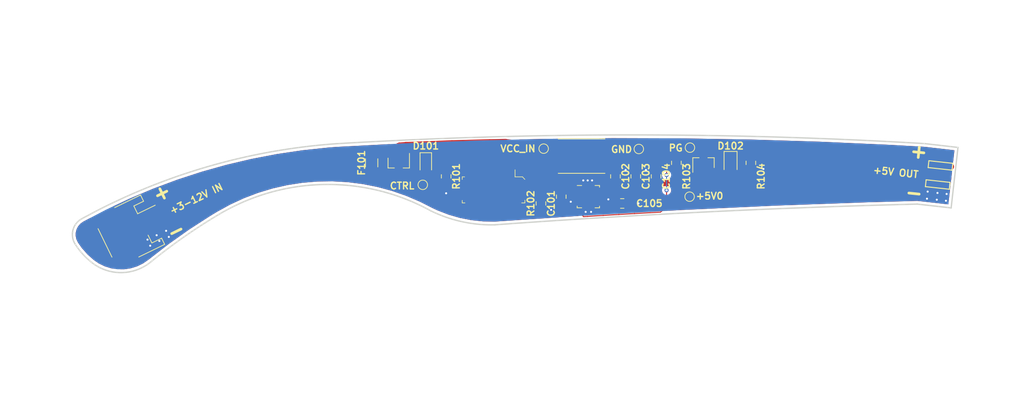
<source format=kicad_pcb>
(kicad_pcb (version 20221018) (generator pcbnew)
  (layers (0 "F.Cu" signal) (31 "B.Cu" signal) (34 "B.Paste" user) (35 "F.Paste" user) (36 "B.SilkS" user "B.Silkscreen") (37 "F.SilkS" user "F.Silkscreen") (38 "B.Mask" user) (39 "F.Mask" user) (44 "Edge.Cuts" user))
  (net 0 "")
  (net 1 "GND")
  (net 2 "/EN")
  (net 3 "/VCC_IN_SAFE")
  (net 4 "/POL_MOS_CTRL")
  (net 5 "/PG")
  (net 6 "+5V")
  (net 7 "/VCC_IN")
  (net 8 "Net-(D102-Pad1)")
  (net 9 "Net-(D102-Pad2)")
  (net 10 "/VAUX")
  (net 11 "/VCC_IN_FUSED")
  (net 12 "/L1")
  (net 13 "/L2")
  (footprint "Connector_PinHeader_1.00mm:PinHeader_1x01_P1.00mm_Vertical_SMD_CUSTOM" (layer "F.Cu") (at 213.775545 95.403215 -6.2)
    (fp_text reference "J102" hide)
    (fp_text value "PWR_OUT_P")
    (fp_line (start -1.778 -2.54) (end -1.778 -1.524) (stroke (width 0.15)) (layer "F.SilkS"))
    (fp_line (start -1.778 -1.524) (end 1.778 -1.524) (stroke (width 0.15)) (layer "F.SilkS"))
    (fp_line (start 1.778 -2.54) (end -1.778 -2.54) (stroke (width 0.15)) (layer "F.SilkS"))
    (fp_line (start 1.778 -1.524) (end 1.778 -2.54) (stroke (width 0.15)) (layer "F.SilkS"))
    (pad "1" smd rect (at 0 -2.032 353.8) (size 3 0.6) (layers "F.Cu" "F.Paste" "F.Mask") (net 6 "+5V"))
  )
  (footprint "digikey-footprints:Switch_Slide_JS202011SCQN" (layer "F.Cu") (at 148 97 180)
    (fp_text reference "SW101" hide)
    (fp_text value "EN")
    (fp_line (start -4.625 -1.925) (end -4.625 -1.525) (stroke (width 0.1)) (layer "F.SilkS"))
    (fp_line (start -4.625 1.55) (end -4.275 1.925) (stroke (width 0.1)) (layer "F.SilkS"))
    (fp_line (start -4.275 1.925) (end -3.175 1.925) (stroke (width 0.1)) (layer "F.SilkS"))
    (fp_line (start -4.15 -1.925) (end -4.625 -1.925) (stroke (width 0.1)) (layer "F.SilkS"))
    (fp_line (start -3.175 1.925) (end -3.175 2.975) (stroke (width 0.1)) (layer "F.SilkS"))
    (fp_line (start 4.225 -1.925) (end 4.625 -1.925) (stroke (width 0.1)) (layer "F.SilkS"))
    (fp_line (start 4.625 -1.925) (end 4.625 -1.55) (stroke (width 0.1)) (layer "F.SilkS"))
    (fp_line (start 4.625 1.55) (end 4.625 1.925) (stroke (width 0.1)) (layer "F.SilkS"))
    (fp_line (start 4.625 1.925) (end 4.275 1.925) (stroke (width 0.1)) (layer "F.SilkS"))
    (pad "1" smd rect (at -2.5 2.75 180) (size 1.2 2.5) (layers "F.Cu" "F.Paste" "F.Mask") (net 3 "/VCC_IN_SAFE"))
    (pad "2" smd rect (at 0 2.75 180) (size 1.2 2.5) (layers "F.Cu" "F.Paste" "F.Mask") (net 2 "/EN"))
    (pad "3" smd rect (at 2.5 2.75 180) (size 1.2 2.5) (layers "F.Cu" "F.Paste" "F.Mask"))
    (pad "4" smd rect (at -2.5 -2.75 180) (size 1.2 2.5) (layers "F.Cu" "F.Paste" "F.Mask"))
    (pad "5" smd rect (at 0 -2.75 180) (size 1.2 2.5) (layers "F.Cu" "F.Paste" "F.Mask"))
    (pad "6" smd rect (at 2.5 -2.75 180) (size 1.2 2.5) (layers "F.Cu" "F.Paste" "F.Mask"))
  )
  (footprint "Connector_PinHeader_1.00mm:PinHeader_1x01_P1.00mm_Vertical_SMD_CUSTOM" (layer "F.Cu") (at 213.369145 98.222615 -6.2)
    (fp_text reference "J103" hide)
    (fp_text value "PWR_OUT_N")
    (fp_line (start -1.778 -2.54) (end -1.778 -1.524) (stroke (width 0.15)) (layer "F.SilkS"))
    (fp_line (start -1.778 -1.524) (end 1.778 -1.524) (stroke (width 0.15)) (layer "F.SilkS"))
    (fp_line (start 1.778 -2.54) (end -1.778 -2.54) (stroke (width 0.15)) (layer "F.SilkS"))
    (fp_line (start 1.778 -1.524) (end 1.778 -2.54) (stroke (width 0.15)) (layer "F.SilkS"))
    (pad "1" smd rect (at 0 -2.032 353.8) (size 3 0.6) (layers "F.Cu" "F.Paste" "F.Mask") (net 1 "GND"))
  )
  (footprint "Capacitor_SMD:C_0805_2012Metric" (layer "F.Cu") (at 169 95 90)
    (fp_text reference "C103" (at 0 1.5 270) (layer "F.SilkS") (effects (font (thickness 0.2))))
    (fp_text value "22U_25V")
    (fp_line (start -0.258578 -0.71) (end 0.258578 -0.71) (stroke (width 0.12)) (layer "F.SilkS"))
    (fp_line (start -0.258578 0.71) (end 0.258578 0.71) (stroke (width 0.12)) (layer "F.SilkS"))
    (pad "1" smd roundrect (at -0.9375 0 90) (size 0.975 1.4) (layers "F.Cu" "F.Paste" "F.Mask") (net 6 "+5V"))
    (pad "2" smd roundrect (at 0.9375 0 90) (size 0.975 1.4) (layers "F.Cu" "F.Paste" "F.Mask") (net 1 "GND"))
  )
  (footprint "Capacitor_SMD:C_0805_2012Metric" (layer "F.Cu") (at 158 98 -90)
    (fp_text reference "C101" (at 1 1.5 90) (layer "F.SilkS") (effects (font (thickness 0.2))))
    (fp_text value "22U_25V")
    (fp_line (start -0.258578 -0.71) (end 0.258578 -0.71) (stroke (width 0.12)) (layer "F.SilkS"))
    (fp_line (start -0.258578 0.71) (end 0.258578 0.71) (stroke (width 0.12)) (layer "F.SilkS"))
    (pad "1" smd roundrect (at -0.9375 0 270) (size 0.975 1.4) (layers "F.Cu" "F.Paste" "F.Mask") (net 3 "/VCC_IN_SAFE"))
    (pad "2" smd roundrect (at 0.9375 0 270) (size 0.975 1.4) (layers "F.Cu" "F.Paste" "F.Mask") (net 1 "GND"))
  )
  (footprint "Capacitor_SMD:C_0805_2012Metric" (layer "F.Cu") (at 166 95 90)
    (fp_text reference "C102" (at 0 1.5 270) (layer "F.SilkS") (effects (font (thickness 0.2))))
    (fp_text value "22U_25V")
    (fp_line (start -0.258578 -0.71) (end 0.258578 -0.71) (stroke (width 0.12)) (layer "F.SilkS"))
    (fp_line (start -0.258578 0.71) (end 0.258578 0.71) (stroke (width 0.12)) (layer "F.SilkS"))
    (pad "1" smd roundrect (at -0.9375 0 90) (size 0.975 1.4) (layers "F.Cu" "F.Paste" "F.Mask") (net 6 "+5V"))
    (pad "2" smd roundrect (at 0.9375 0 90) (size 0.975 1.4) (layers "F.Cu" "F.Paste" "F.Mask") (net 1 "GND"))
  )
  (footprint "Resistor_SMD:R_1206_3216Metric" (layer "F.Cu") (at 130 93 -90)
    (fp_text reference "F101" (at 0 1.5 90) (layer "F.SilkS") (effects (font (thickness 0.2))))
    (fp_text value "FUSE 2A")
    (fp_line (start -0.602064 -0.91) (end 0.602064 -0.91) (stroke (width 0.12)) (layer "F.SilkS"))
    (fp_line (start -0.602064 0.91) (end 0.602064 0.91) (stroke (width 0.12)) (layer "F.SilkS"))
    (pad "1" smd roundrect (at -1.4 0 270) (size 1.25 1.75) (layers "F.Cu" "F.Paste" "F.Mask") (roundrect_rratio 0.2) (net 7 "/VCC_IN"))
    (pad "2" smd roundrect (at 1.4 0 270) (size 1.25 1.75) (layers "F.Cu" "F.Paste" "F.Mask") (roundrect_rratio 0.2) (net 11 "/VCC_IN_FUSED"))
  )
  (footprint "Connector_JST:JST_PH_S2B-PH-SM4-TB_1x02-1MP_P2.00mm_Horizontal" (layer "F.Cu") (at 94.6785 102.8573 -64)
    (fp_text reference "J101" hide)
    (fp_text value "PWR_IN")
    (fp_line (start -4.06 -3.31) (end -3.04 -3.31) (stroke (width 0.12)) (layer "F.SilkS"))
    (fp_line (start -4.06 0.94) (end -4.06 -3.31) (stroke (width 0.12)) (layer "F.SilkS"))
    (fp_line (start -3.04 -3.31) (end -3.04 -1.71) (stroke (width 0.12)) (layer "F.SilkS"))
    (fp_line (start -3.04 -1.71) (end -1.76 -1.71) (stroke (width 0.12)) (layer "F.SilkS"))
    (fp_line (start -2.34 4.510001) (end 2.339999 4.51) (stroke (width 0.12)) (layer "F.SilkS"))
    (fp_line (start -1.76 -1.71) (end -1.76 -4.6) (stroke (width 0.12)) (layer "F.SilkS"))
    (fp_line (start 3.04 -3.31) (end 3.04 -1.71) (stroke (width 0.12)) (layer "F.SilkS"))
    (fp_line (start 3.04 -1.71) (end 1.76 -1.709999) (stroke (width 0.12)) (layer "F.SilkS"))
    (fp_line (start 4.06 -3.31) (end 3.04 -3.31) (stroke (width 0.12)) (layer "F.SilkS"))
    (fp_line (start 4.06 0.94) (end 4.06 -3.31) (stroke (width 0.12)) (layer "F.SilkS"))
    (pad "1" smd roundrect (at -1 -2.849999 296) (size 1 3.5) (layers "F.Cu" "F.Paste" "F.Mask") (net 7 "/VCC_IN"))
    (pad "2" smd roundrect (at 0.999999 -2.85 296) (size 1 3.5) (layers "F.Cu" "F.Paste" "F.Mask") (net 1 "GND"))
    (pad "MP" smd roundrect (at -3.35 2.9 296) (size 1.5 3.4) (layers "F.Cu" "F.Paste" "F.Mask") (roundrect_rratio 0.166667))
    (pad "MP" smd roundrect (at 3.35 2.899999 296) (size 1.5 3.4) (layers "F.Cu" "F.Paste" "F.Mask") (roundrect_rratio 0.166667))
  )
  (footprint "Diode_SMD:D_SOD-323" (layer "F.Cu") (at 138 93 -90)
    (fp_text reference "D101" (at -2.5 0 180) (layer "F.SilkS") (effects (font (thickness 0.2))))
    (fp_text value "D_TVS")
    (fp_line (start -1.5 -0.85) (end -1.5 0.85) (stroke (width 0.12)) (layer "F.SilkS"))
    (fp_line (start -1.5 -0.85) (end 1.05 -0.85) (stroke (width 0.12)) (layer "F.SilkS"))
    (fp_line (start -1.5 0.85) (end 1.05 0.85) (stroke (width 0.12)) (layer "F.SilkS"))
    (pad "1" smd rect (at -1.05 0 270) (size 0.6 0.45) (layers "F.Cu" "F.Paste" "F.Mask") (net 3 "/VCC_IN_SAFE"))
    (pad "2" smd rect (at 1.05 0 270) (size 0.6 0.45) (layers "F.Cu" "F.Paste" "F.Mask") (net 4 "/POL_MOS_CTRL"))
  )
  (footprint "TestPoint:TestPoint_Pad_D1.0mm" (layer "F.Cu") (at 137.55 96.25)
    (fp_text reference "TP105" hide)
    (fp_text value "TP_POL")
    (fp_circle (center 0 0) (end 0 0.7) (stroke (width 0.12)) (fill none) (layer "F.SilkS"))
    (pad "1" smd circle (at 0 0) (size 1 1) (layers "F.Cu" "F.Mask") (net 4 "/POL_MOS_CTRL"))
  )
  (footprint "TestPoint:TestPoint_Pad_D1.0mm" (layer "F.Cu") (at 177 90.75)
    (fp_text reference "TP104" hide)
    (fp_text value "TP_PG")
    (fp_circle (center 0 0) (end 0 0.7) (stroke (width 0.12)) (fill none) (layer "F.SilkS"))
    (pad "1" smd circle (at 0 0) (size 1 1) (layers "F.Cu" "F.Mask") (net 5 "/PG"))
  )
  (footprint "TestPoint:TestPoint_Pad_D1.0mm" (layer "F.Cu") (at 155.4 90.9)
    (fp_text reference "TP103" hide)
    (fp_text value "TP_IN_SAFE")
    (fp_circle (center 0 0) (end 0 0.7) (stroke (width 0.12)) (fill none) (layer "F.SilkS"))
    (pad "1" smd circle (at 0 0) (size 1 1) (layers "F.Cu" "F.Mask") (net 3 "/VCC_IN_SAFE"))
  )
  (footprint "TestPoint:TestPoint_Pad_D1.0mm" (layer "F.Cu") (at 176.95 98)
    (fp_text reference "TP102" hide)
    (fp_text value "TP_5V0")
    (fp_circle (center 0 0) (end 0 0.7) (stroke (width 0.12)) (fill none) (layer "F.SilkS"))
    (pad "1" smd circle (at 0 0) (size 1 1) (layers "F.Cu" "F.Mask") (net 6 "+5V"))
  )
  (footprint "TestPoint:TestPoint_Pad_D1.0mm" (layer "F.Cu") (at 169.45 90.95)
    (fp_text reference "TP101" hide)
    (fp_text value "TP_GND")
    (fp_circle (center 0 0) (end 0 0.7) (stroke (width 0.12)) (fill none) (layer "F.SilkS"))
    (pad "1" smd circle (at 0 0) (size 1 1) (layers "F.Cu" "F.Mask") (net 1 "GND"))
  )
  (footprint "Resistor_SMD:R_0805_2012Metric" (layer "F.Cu") (at 186 93 -90)
    (fp_text reference "R104" (at 2 -1.5 -90) (layer "F.SilkS") (effects (font (thickness 0.2))))
    (fp_text value "270")
    (fp_line (start -0.258578 -0.71) (end 0.258578 -0.71) (stroke (width 0.12)) (layer "F.SilkS"))
    (fp_line (start -0.258578 0.71) (end 0.258578 0.71) (stroke (width 0.12)) (layer "F.SilkS"))
    (pad "1" smd roundrect (at -0.9375 0 270) (size 0.975 1.4) (layers "F.Cu" "F.Paste" "F.Mask") (net 8 "Net-(D102-Pad1)"))
    (pad "2" smd roundrect (at 0.9375 0 270) (size 0.975 1.4) (layers "F.Cu" "F.Paste" "F.Mask") (net 1 "GND"))
  )
  (footprint "Resistor_SMD:R_0805_2012Metric" (layer "F.Cu") (at 175 93 90)
    (fp_text reference "R103" (at -2 1.5 270) (layer "F.SilkS") (effects (font (thickness 0.2))))
    (fp_text value "1M")
    (fp_line (start -0.258578 -0.71) (end 0.258578 -0.71) (stroke (width 0.12)) (layer "F.SilkS"))
    (fp_line (start -0.258578 0.71) (end 0.258578 0.71) (stroke (width 0.12)) (layer "F.SilkS"))
    (pad "1" smd roundrect (at -0.9375 0 90) (size 0.975 1.4) (layers "F.Cu" "F.Paste" "F.Mask") (net 6 "+5V"))
    (pad "2" smd roundrect (at 0.9375 0 90) (size 0.975 1.4) (layers "F.Cu" "F.Paste" "F.Mask") (net 5 "/PG"))
  )
  (footprint "Resistor_SMD:R_0805_2012Metric" (layer "F.Cu") (at 155 99 -90)
    (fp_text reference "R102" (at 0 1.5 -90) (layer "F.SilkS") (effects (font (thickness 0.2))))
    (fp_text value "100K")
    (fp_line (start -0.258578 -0.71) (end 0.258578 -0.71) (stroke (width 0.12)) (layer "F.SilkS"))
    (fp_line (start -0.258578 0.71) (end 0.258578 0.71) (stroke (width 0.12)) (layer "F.SilkS"))
    (pad "1" smd roundrect (at -0.9375 0 270) (size 0.975 1.4) (layers "F.Cu" "F.Paste" "F.Mask") (net 2 "/EN"))
    (pad "2" smd roundrect (at 0.9375 0 270) (size 0.975 1.4) (layers "F.Cu" "F.Paste" "F.Mask") (net 1 "GND"))
  )
  (footprint "Resistor_SMD:R_0805_2012Metric" (layer "F.Cu") (at 141 95 -90)
    (fp_text reference "R101" (at 0 -1.5 90) (layer "F.SilkS") (effects (font (thickness 0.2))))
    (fp_text value "100K")
    (fp_line (start -0.258578 -0.71) (end 0.258578 -0.71) (stroke (width 0.12)) (layer "F.SilkS"))
    (fp_line (start -0.258578 0.71) (end 0.258578 0.71) (stroke (width 0.12)) (layer "F.SilkS"))
    (pad "1" smd roundrect (at -0.9375 0 270) (size 0.975 1.4) (layers "F.Cu" "F.Paste" "F.Mask") (net 4 "/POL_MOS_CTRL"))
    (pad "2" smd roundrect (at 0.9375 0 270) (size 0.975 1.4) (layers "F.Cu" "F.Paste" "F.Mask") (net 1 "GND"))
  )
  (footprint "Package_TO_SOT_SMD:SOT-23" (layer "F.Cu") (at 134 93 -90)
    (fp_text reference "Q101" hide)
    (fp_text value "TP0610T")
    (fp_line (start 0.76 -1.58) (end -1.4 -1.58) (stroke (width 0.12)) (layer "F.SilkS"))
    (fp_line (start 0.76 -1.58) (end 0.76 -0.65) (stroke (width 0.12)) (layer "F.SilkS"))
    (fp_line (start 0.76 1.58) (end -0.7 1.58) (stroke (width 0.12)) (layer "F.SilkS"))
    (fp_line (start 0.76 1.58) (end 0.76 0.65) (stroke (width 0.12)) (layer "F.SilkS"))
    (pad "1" smd rect (at -1 -0.95 270) (size 0.9 0.8) (layers "F.Cu" "F.Paste" "F.Mask") (net 4 "/POL_MOS_CTRL"))
    (pad "2" smd rect (at -1 0.95 270) (size 0.9 0.8) (layers "F.Cu" "F.Paste" "F.Mask") (net 3 "/VCC_IN_SAFE"))
    (pad "3" smd rect (at 1 0 270) (size 0.9 0.8) (layers "F.Cu" "F.Paste" "F.Mask") (net 11 "/VCC_IN_FUSED"))
  )
  (footprint "Package_TO_SOT_SMD:SOT-23" (layer "F.Cu") (at 179 93 90)
    (fp_text reference "Q102" hide)
    (fp_text value "TP0610T")
    (fp_line (start 0.76 -1.58) (end -1.4 -1.58) (stroke (width 0.12)) (layer "F.SilkS"))
    (fp_line (start 0.76 -1.58) (end 0.76 -0.65) (stroke (width 0.12)) (layer "F.SilkS"))
    (fp_line (start 0.76 1.58) (end -0.7 1.58) (stroke (width 0.12)) (layer "F.SilkS"))
    (fp_line (start 0.76 1.58) (end 0.76 0.65) (stroke (width 0.12)) (layer "F.SilkS"))
    (pad "1" smd rect (at -1 -0.95 90) (size 0.9 0.8) (layers "F.Cu" "F.Paste" "F.Mask") (net 6 "+5V"))
    (pad "2" smd rect (at -1 0.95 90) (size 0.9 0.8) (layers "F.Cu" "F.Paste" "F.Mask") (net 9 "Net-(D102-Pad2)"))
    (pad "3" smd rect (at 1 0 90) (size 0.9 0.8) (layers "F.Cu" "F.Paste" "F.Mask") (net 5 "/PG"))
  )
  (footprint "Package_SON:Texas_S-PWSON-N10" (layer "F.Cu") (at 162 98)
    (fp_text reference "U101" hide)
    (fp_text value "TPS63061DSCT")
    (fp_line (start -1.65 -1.65) (end -0.985 -1.65) (stroke (width 0.12)) (layer "F.SilkS"))
    (fp_line (start -1.65 1.65) (end -1.65 1.4) (stroke (width 0.12)) (layer "F.SilkS"))
    (fp_line (start -1.65 1.65) (end -0.985 1.65) (stroke (width 0.12)) (layer "F.SilkS"))
    (fp_line (start 0.985 -1.65) (end 1.65 -1.65) (stroke (width 0.12)) (layer "F.SilkS"))
    (fp_line (start 0.985 1.65) (end 1.65 1.65) (stroke (width 0.12)) (layer "F.SilkS"))
    (fp_line (start 1.65 -1.4) (end 1.65 -1.65) (stroke (width 0.12)) (layer "F.SilkS"))
    (fp_line (start 1.65 1.4) (end 1.65 1.65) (stroke (width 0.12)) (layer "F.SilkS"))
    (pad "1" smd rect (at -1.76 -1) (size 0.28 0.28) (layers "F.Cu" "F.Paste" "F.Mask") (net 12 "/L1"))
    (pad "1" smd oval (at -1.475 -1) (size 0.85 0.28) (layers "F.Cu" "F.Paste" "F.Mask") (net 12 "/L1"))
    (pad "2" smd rect (at -1.76 -0.5) (size 0.28 0.28) (layers "F.Cu" "F.Paste" "F.Mask") (net 3 "/VCC_IN_SAFE"))
    (pad "2" smd oval (at -1.475 -0.5) (size 0.85 0.28) (layers "F.Cu" "F.Paste" "F.Mask") (net 3 "/VCC_IN_SAFE"))
    (pad "3" smd rect (at -1.76 0) (size 0.28 0.28) (layers "F.Cu" "F.Paste" "F.Mask") (net 2 "/EN"))
    (pad "3" smd oval (at -1.475 0) (size 0.85 0.28) (layers "F.Cu" "F.Paste" "F.Mask") (net 2 "/EN"))
    (pad "4" smd rect (at -1.76 0.5) (size 0.28 0.28) (layers "F.Cu" "F.Paste" "F.Mask") (net 1 "GND"))
    (pad "4" smd oval (at -1.475 0.5) (size 0.85 0.28) (layers "F.Cu" "F.Paste" "F.Mask") (net 1 "GND"))
    (pad "5" smd rect (at -1.76 1) (size 0.28 0.28) (layers "F.Cu" "F.Paste" "F.Mask") (net 5 "/PG"))
    (pad "5" smd oval (at -1.475 1) (size 0.85 0.28) (layers "F.Cu" "F.Paste" "F.Mask") (net 5 "/PG"))
    (pad "6" smd oval (at 1.475 1) (size 0.85 0.28) (layers "F.Cu" "F.Paste" "F.Mask") (net 10 "/VAUX"))
    (pad "6" smd rect (at 1.76 1) (size 0.28 0.28) (layers "F.Cu" "F.Paste" "F.Mask") (net 10 "/VAUX"))
    (pad "7" smd oval (at 1.475 0.5) (size 0.85 0.28) (layers "F.Cu" "F.Paste" "F.Mask") (net 1 "GND"))
    (pad "7" smd rect (at 1.76 0.5) (size 0.28 0.28) (layers "F.Cu" "F.Paste" "F.Mask") (net 1 "GND"))
    (pad "8" smd oval (at 1.475 0) (size 0.85 0.28) (layers "F.Cu" "F.Paste" "F.Mask") (net 6 "+5V"))
    (pad "8" smd rect (at 1.76 0) (size 0.28 0.28) (layers "F.Cu" "F.Paste" "F.Mask") (net 6 "+5V"))
    (pad "9" smd oval (at 1.475 -0.5) (size 0.85 0.28) (layers "F.Cu" "F.Paste" "F.Mask") (net 6 "+5V"))
    (pad "9" smd rect (at 1.76 -0.5) (size 0.28 0.28) (layers "F.Cu" "F.Paste" "F.Mask") (net 6 "+5V"))
    (pad "10" smd oval (at 1.475 -1) (size 0.85 0.28) (layers "F.Cu" "F.Paste" "F.Mask") (net 13 "/L2"))
    (pad "10" smd rect (at 1.76 -1) (size 0.28 0.28) (layers "F.Cu" "F.Paste" "F.Mask") (net 13 "/L2"))
    (pad "11" smd rect (at -0.6 -1.425) (size 0.23 0.6) (layers "F.Cu" "F.Paste" "F.Mask") (net 1 "GND"))
    (pad "11" smd rect (at -0.6 -1.425) (size 0.25 0.7) (layers "F.Cu" "F.Mask") (net 1 "GND"))
    (pad "11" smd rect (at -0.6 1.425) (size 0.23 0.6) (layers "F.Cu" "F.Paste" "F.Mask") (net 1 "GND"))
    (pad "11" smd rect (at -0.6 1.425) (size 0.25 0.7) (layers "F.Cu" "F.Mask") (net 1 "GND"))
    (pad "11" smd rect (at -0.435 -0.56) (size 0.65 0.9) (layers "F.Cu" "F.Paste" "F.Mask") (net 1 "GND"))
    (pad "11" smd rect (at -0.435 0.56) (size 0.65 0.9) (layers "F.Cu" "F.Paste" "F.Mask") (net 1 "GND"))
    (pad "11" smd rect (at -0.2 -1.425) (size 0.23 0.6) (layers "F.Cu" "F.Paste" "F.Mask") (net 1 "GND"))
    (pad "11" smd rect (at -0.2 -1.425) (size 0.25 0.7) (layers "F.Cu" "F.Mask") (net 1 "GND"))
    (pad "11" smd rect (at -0.2 1.425) (size 0.23 0.6) (layers "F.Cu" "F.Paste" "F.Mask") (net 1 "GND"))
    (pad "11" smd rect (at -0.2 1.425) (size 0.25 0.7) (layers "F.Cu" "F.Mask") (net 1 "GND"))
    (pad "11" smd rect (at 0 0) (size 1.7 2.15) (layers "F.Cu" "F.Mask") (net 1 "GND"))
    (pad "11" smd rect (at 0.2 -1.425) (size 0.23 0.6) (layers "F.Cu" "F.Paste" "F.Mask") (net 1 "GND"))
    (pad "11" smd rect (at 0.2 -1.425) (size 0.25 0.7) (layers "F.Cu" "F.Mask") (net 1 "GND"))
    (pad "11" smd rect (at 0.2 1.425) (size 0.23 0.6) (layers "F.Cu" "F.Paste" "F.Mask") (net 1 "GND"))
    (pad "11" smd rect (at 0.2 1.425) (size 0.25 0.7) (layers "F.Cu" "F.Mask") (net 1 "GND"))
    (pad "11" smd rect (at 0.435 -0.56) (size 0.65 0.9) (layers "F.Cu" "F.Paste" "F.Mask") (net 1 "GND"))
    (pad "11" smd rect (at 0.435 0.56) (size 0.65 0.9) (layers "F.Cu" "F.Paste" "F.Mask") (net 1 "GND"))
    (pad "11" smd rect (at 0.6 -1.425) (size 0.23 0.6) (layers "F.Cu" "F.Paste" "F.Mask") (net 1 "GND"))
    (pad "11" smd rect (at 0.6 -1.425) (size 0.25 0.7) (layers "F.Cu" "F.Mask") (net 1 "GND"))
    (pad "11" smd rect (at 0.6 1.425) (size 0.23 0.6) (layers "F.Cu" "F.Paste" "F.Mask") (net 1 "GND"))
    (pad "11" smd rect (at 0.6 1.425) (size 0.25 0.7) (layers "F.Cu" "F.Mask") (net 1 "GND"))
  )
  (footprint "LED_SMD:LED_0805_2012Metric" (layer "F.Cu") (at 183 93 -90)
    (fp_text reference "D102" (at -2.5 0 180) (layer "F.SilkS") (effects (font (thickness 0.2))))
    (fp_text value "P_GOOD")
    (fp_line (start -1.685 -0.96) (end -1.685 0.96) (stroke (width 0.12)) (layer "F.SilkS"))
    (fp_line (start -1.685 0.96) (end 1 0.96) (stroke (width 0.12)) (layer "F.SilkS"))
    (fp_line (start 1 -0.96) (end -1.685 -0.96) (stroke (width 0.12)) (layer "F.SilkS"))
    (pad "1" smd roundrect (at -0.9375 0 270) (size 0.975 1.4) (layers "F.Cu" "F.Paste" "F.Mask") (net 8 "Net-(D102-Pad1)"))
    (pad "2" smd roundrect (at 0.9375 0 270) (size 0.975 1.4) (layers "F.Cu" "F.Paste" "F.Mask") (net 9 "Net-(D102-Pad2)"))
  )
  (footprint "Inductor_SMD:L_Taiyo-Yuden_NR-50xx_HandSoldering" (layer "F.Cu") (at 161 92)
    (fp_text reference "L101" hide)
    (fp_text value "1U")
    (fp_line (start -3.45 -2.55) (end 3.45 -2.55) (stroke (width 0.12)) (layer "F.SilkS"))
    (fp_line (start -3.45 2.55) (end 3.45 2.55) (stroke (width 0.12)) (layer "F.SilkS"))
    (pad "1" smd rect (at -2.25 0) (size 2.4 4.2) (layers "F.Cu" "F.Paste" "F.Mask") (net 12 "/L1"))
    (pad "2" smd rect (at 2.25 0) (size 2.4 4.2) (layers "F.Cu" "F.Paste" "F.Mask") (net 13 "/L2"))
  )
  (footprint "Capacitor_SMD:C_0805_2012Metric" (layer "F.Cu") (at 167 99)
    (fp_text reference "C105" (at 4 0) (layer "F.SilkS") (effects (font (thickness 0.2))))
    (fp_text value "100N_15V")
    (fp_line (start -0.258578 -0.71) (end 0.258578 -0.71) (stroke (width 0.12)) (layer "F.SilkS"))
    (fp_line (start -0.258578 0.71) (end 0.258578 0.71) (stroke (width 0.12)) (layer "F.SilkS"))
    (pad "1" smd roundrect (at -0.9375 0) (size 0.975 1.4) (layers "F.Cu" "F.Paste" "F.Mask") (net 10 "/VAUX"))
    (pad "2" smd roundrect (at 0.9375 0) (size 0.975 1.4) (layers "F.Cu" "F.Paste" "F.Mask") (net 1 "GND"))
  )
  (footprint "Capacitor_SMD:C_0805_2012Metric" (layer "F.Cu") (at 172 95 90)
    (fp_text reference "C104" (at 0 1.5 270) (layer "F.SilkS") (effects (font (thickness 0.2))))
    (fp_text value "22U_25V")
    (fp_line (start -0.258578 -0.71) (end 0.258578 -0.71) (stroke (width 0.12)) (layer "F.SilkS"))
    (fp_line (start -0.258578 0.71) (end 0.258578 0.71) (stroke (width 0.12)) (layer "F.SilkS"))
    (pad "1" smd roundrect (at -0.9375 0 90) (size 0.975 1.4) (layers "F.Cu" "F.Paste" "F.Mask") (net 6 "+5V"))
    (pad "2" smd roundrect (at 0.9375 0 90) (size 0.975 1.4) (layers "F.Cu" "F.Paste" "F.Mask") (net 1 "GND"))
  )
  (gr_arc (start 87.180475 101.275943) (mid 105.367684 93.683021) (end 124.760961 90.171921) (stroke (width 0.2)) (layer "Edge.Cuts"))
  (gr_arc (start 85.82583 103.297915) (mid 86.257443 102.122313) (end 87.180475 101.275943) (stroke (width 0.2)) (layer "Edge.Cuts"))
  (gr_arc (start 124.760961 90.171921) (mid 168.198206 88.869705) (end 211.636076 90.150895) (stroke (width 0.2)) (layer "Edge.Cuts"))
  (gr_line (start 216.578851 90.719908) (end 215.569898 99.663174) (stroke (width 0.2)) (layer "Edge.Cuts"))
  (gr_arc (start 86.219669 105.015804) (mid 85.875832 104.190541) (end 85.82583 103.297915) (stroke (width 0.2)) (layer "Edge.Cuts"))
  (gr_arc (start 97.364152 107.670096) (mid 93.033487 109.229016) (end 88.67815 107.740417) (stroke (width 0.2)) (layer "Edge.Cuts"))
  (gr_arc (start 148.197587 102.160949) (mid 143.344301 101.699485) (end 138.74051 100.095603) (stroke (width 0.2)) (layer "Edge.Cuts"))
  (gr_arc (start 97.364152 107.670096) (mid 102.259963 103.973997) (end 107.411007 100.642804) (stroke (width 0.2)) (layer "Edge.Cuts"))
  (gr_line (start 210.555824 99.097501) (end 210.546558 99.097736) (stroke (width 0.2)) (layer "Edge.Cuts"))
  (gr_arc (start 88.67815 107.740417) (mid 87.332886 106.482801) (end 86.219669 105.015804) (stroke (width 0.2)) (layer "Edge.Cuts"))
  (gr_arc (start 107.411007 100.642804) (mid 123.002933 96.199652) (end 138.74051 100.095603) (stroke (width 0.2)) (layer "Edge.Cuts"))
  (gr_arc (start 148.197587 102.160949) (mid 179.353923 100.259924) (end 210.546558 99.097736) (stroke (width 0.2)) (layer "Edge.Cuts"))
  (gr_line (start 210.555824 99.097501) (end 215.569898 99.663174) (stroke (width 0.2)) (layer "Edge.Cuts"))
  (gr_line (start 216.578851 90.719908) (end 211.636076 90.150895) (stroke (width 0.2)) (layer "Edge.Cuts"))
  (gr_text "+" (at 210.8 91.3 -6) (layer "F.SilkS") (effects (font (size 2 2) (thickness 0.4))))
  (gr_text "+" (at 99 97.4 26) (layer "F.SilkS") (effects (font (size 2 2) (thickness 0.4))))
  (gr_text "CTRL" (at 134.5 96.4) (layer "F.SilkS") (effects (font (size 1 1) (thickness 0.2))))
  (gr_text "-" (at 210.1 97.4 -6) (layer "F.SilkS") (effects (font (size 2 2) (thickness 0.4))))
  (gr_text "\nGND" (at 166.9 90.2) (layer "F.SilkS") (effects (font (size 1 1) (thickness 0.2))))
  (gr_text "+5V OUT" (at 207.4 94.4 -6) (layer "F.SilkS") (effects (font (size 1 1) (thickness 0.2))))
  (gr_text "-" (at 101.1 103 26) (layer "F.SilkS") (effects (font (size 2 2) (thickness 0.4))))
  (gr_text "+5V0" (at 179.9 97.9) (layer "F.SilkS") (effects (font (size 1 1) (thickness 0.2))))
  (gr_text "VCC_IN" (at 151.6 90.9) (layer "F.SilkS") (effects (font (size 1 1) (thickness 0.2))))
  (gr_text "PG" (at 174.9 90.8) (layer "F.SilkS") (effects (font (size 1 1) (thickness 0.2))))
  (gr_text "+3-12V IN" (at 104.1 98.3 26) (layer "F.SilkS") (effects (font (size 1 1) (thickness 0.2))))
  (via (at 161.9 95.6) (size 0.6) (drill 0.3) (layers "F.Cu" "B.Cu") (net 1))
  (via (at 162.55 95.6) (size 0.6) (drill 0.3) (layers "F.Cu" "B.Cu") (net 1))
  (via (at 161.25 95.6) (size 0.6) (drill 0.3) (layers "F.Cu" "B.Cu") (net 1))
  (via (at 162.4 100.25) (size 0.6) (drill 0.3) (layers "F.Cu" "B.Cu") (net 1))
  (via (at 161.6 100.25) (size 0.6) (drill 0.3) (layers "F.Cu" "B.Cu") (net 1))
  (via (at 99.65 103.05) (size 0.6) (drill 0.3) (layers "F.Cu" "B.Cu") (net 1))
  (via (at 97.3 105.25) (size 0.6) (drill 0.3) (layers "F.Cu" "B.Cu") (net 1))
  (via (at 156.5 99.95) (size 0.6) (drill 0.3) (layers "F.Cu" "B.Cu") (net 1))
  (via (at 96.9 104.35) (size 0.6) (drill 0.3) (layers "F.Cu" "B.Cu") (net 1))
  (via (at 164.95 98.4) (size 0.6) (drill 0.3) (layers "F.Cu" "B.Cu") (net 1))
  (via (at 98.25 103.7) (size 0.6) (drill 0.3) (layers "F.Cu" "B.Cu") (net 1))
  (via (at 98.65 104.55) (size 0.6) (drill 0.3) (layers "F.Cu" "B.Cu") (net 1))
  (via (at 212 98.3) (size 0.6) (drill 0.3) (layers "F.Cu" "B.Cu") (net 1))
  (via (at 170.5 94.05) (size 0.6) (drill 0.3) (layers "F.Cu" "B.Cu") (net 1))
  (via (at 213.55 97.45) (size 0.6) (drill 0.3) (layers "F.Cu" "B.Cu") (net 1))
  (via (at 214.9 97.6) (size 0.6) (drill 0.3) (layers "F.Cu" "B.Cu") (net 1))
  (via (at 141 97.5) (size 0.6) (drill 0.3) (layers "F.Cu" "B.Cu") (net 1))
  (via (at 213.45 98.45) (size 0.6) (drill 0.3) (layers "F.Cu" "B.Cu") (net 1))
  (via (at 159.4 98.75) (size 0.6) (drill 0.3) (layers "F.Cu" "B.Cu") (net 1))
  (via (at 100.05 103.95) (size 0.6) (drill 0.3) (layers "F.Cu" "B.Cu") (net 1))
  (via (at 187.85 93.9) (size 0.6) (drill 0.3) (layers "F.Cu" "B.Cu") (net 1))
  (via (at 167.5 94.05) (size 0.6) (drill 0.3) (layers "F.Cu" "B.Cu") (net 1))
  (via (at 214.8 98.6) (size 0.6) (drill 0.3) (layers "F.Cu" "B.Cu") (net 1))
  (via (at 212.1 97.25) (size 0.6) (drill 0.3) (layers "F.Cu" "B.Cu") (net 1))
  (via (at 169.4 99) (size 0.6) (drill 0.3) (layers "F.Cu" "B.Cu") (net 1))
  (segment (start 160.525 98) (end 156.35 98) (width 0.15) (layer "F.Cu") (net 2))
  (segment (start 148 94.25) (end 148 96) (width 0.15) (layer "F.Cu") (net 2))
  (segment (start 151.6 96.9) (end 152.7 98) (width 0.15) (layer "F.Cu") (net 2))
  (segment (start 148 96) (end 148.9 96.9) (width 0.15) (layer "F.Cu") (net 2))
  (segment (start 148.9 96.9) (end 151.6 96.9) (width 0.15) (layer "F.Cu") (net 2))
  (segment (start 152.7 98) (end 156.35 98) (width 0.15) (layer "F.Cu") (net 2))
  (segment (start 133.05 92.2) (end 133.05 91.5) (width 1) (layer "F.Cu") (net 3))
  (segment (start 153.35 91.8) (end 153.95 93.15) (width 1) (layer "F.Cu") (net 3))
  (segment (start 154.5 91.8) (end 155.4 90.9) (width 0.15) (layer "F.Cu") (net 3))
  (segment (start 150.5 94.25) (end 150.5 90.65) (width 0.15) (layer "F.Cu") (net 3))
  (segment (start 138 91.95) (end 138 90.55) (width 0.15) (layer "F.Cu") (net 3))
  (segment (start 152.45 90.85) (end 153.35 91.8) (width 1) (layer "F.Cu") (net 3))
  (segment (start 154.1 94.45) (end 154.45 95.5) (width 1) (layer "F.Cu") (net 3))
  (segment (start 150.5 90.65) (end 151 90.15) (width 0.15) (layer "F.Cu") (net 3))
  (segment (start 149.7 89.95) (end 151 90.15) (width 1) (layer "F.Cu") (net 3))
  (segment (start 154.45 95.5) (end 155.25 96.4) (width 1) (layer "F.Cu") (net 3))
  (segment (start 147.4 90) (end 149.7 89.95) (width 1) (layer "F.Cu") (net 3))
  (segment (start 156.1 96.9) (end 156.95 97.05) (width 1) (layer "F.Cu") (net 3))
  (segment (start 153.35 91.8) (end 154.5 91.8) (width 0.15) (layer "F.Cu") (net 3))
  (segment (start 134.1 90.5) (end 135.15 90.4) (width 1) (layer "F.Cu") (net 3))
  (segment (start 155.25 96.4) (end 156.1 96.9) (width 1) (layer "F.Cu") (net 3))
  (segment (start 135.15 90.4) (end 136.75 90.35) (width 1) (layer "F.Cu") (net 3))
  (segment (start 151 90.15) (end 152.45 90.85) (width 1) (layer "F.Cu") (net 3))
  (segment (start 141.85 90.15) (end 147.4 90) (width 1) (layer "F.Cu") (net 3))
  (segment (start 153.95 93.15) (end 154.1 94.45) (width 1) (layer "F.Cu") (net 3))
  (segment (start 156.95 97.05) (end 158 97.0625) (width 1) (layer "F.Cu") (net 3))
  (segment (start 133.2 90.95) (end 134.1 90.5) (width 1) (layer "F.Cu") (net 3))
  (segment (start 136.75 90.35) (end 141.85 90.15) (width 1) (layer "F.Cu") (net 3))
  (segment (start 133.05 91.5) (end 133.2 90.95) (width 1) (layer "F.Cu") (net 3))
  (segment (start 134.95 92) (end 135.95 92) (width 0.15) (layer "F.Cu") (net 4))
  (segment (start 141 94.0625) (end 138.0125 94.0625) (width 0.15) (layer "F.Cu") (net 4))
  (segment (start 138 94.05) (end 138 95.8) (width 0.15) (layer "F.Cu") (net 4))
  (segment (start 138 95.8) (end 137.55 96.25) (width 0.15) (layer "F.Cu") (net 4))
  (segment (start 135.95 92) (end 138 94.05) (width 0.15) (layer "F.Cu") (net 4))
  (segment (start 138.0125 94.0625) (end 138 94.05) (width 0.15) (layer "F.Cu") (net 4))
  (segment (start 172.669654 100.280346) (end 173.55 99.4) (width 0.15) (layer "F.Cu") (net 5))
  (segment (start 161.88494 100.908753) (end 164.19314 100.766902) (width 0.15) (layer "F.Cu") (net 5))
  (segment (start 173.55 93.5125) (end 173.55 94.8) (width 0.15) (layer "F.Cu") (net 5))
  (segment (start 168.810717 100.494852) (end 168.810941 100.494602) (width 0.15) (layer "F.Cu") (net 5))
  (segment (start 176.3125 90.75) (end 177 90.75) (width 0.15) (layer "F.Cu") (net 5))
  (segment (start 175 92.0625) (end 176.3125 90.75) (width 0.15) (layer "F.Cu") (net 5))
  (segment (start 177 90.75) (end 177.75 90.75) (width 0.15) (layer "F.Cu") (net 5))
  (segment (start 160.525 99) (end 160.525 100.175) (width 0.15) (layer "F.Cu") (net 5))
  (segment (start 160.525 100.175) (end 161.296207 100.946209) (width 0.15) (layer "F.Cu") (net 5))
  (segment (start 177.75 90.75) (end 179 92) (width 0.15) (layer "F.Cu") (net 5))
  (segment (start 171.119859 100.364908) (end 171.120082 100.364659) (width 0.15) (layer "F.Cu") (net 5))
  (segment (start 161.296207 100.946209) (end 161.884717 100.909005) (width 0.15) (layer "F.Cu") (net 5))
  (segment (start 164.193364 100.76665) (end 166.50181 100.62885) (width 0.15) (layer "F.Cu") (net 5))
  (segment (start 168.810941 100.494602) (end 171.119859 100.364908) (width 0.15) (layer "F.Cu") (net 5))
  (segment (start 166.502033 100.6286) (end 168.810717 100.494852) (width 0.15) (layer "F.Cu") (net 5))
  (segment (start 164.19314 100.766902) (end 164.193364 100.76665) (width 0.15) (layer "F.Cu") (net 5))
  (segment (start 171.120082 100.364659) (end 172.669654 100.280346) (width 0.15) (layer "F.Cu") (net 5))
  (segment (start 161.884717 100.909005) (end 161.88494 100.908753) (width 0.15) (layer "F.Cu") (net 5))
  (segment (start 173.55 99.4) (end 173.55 97.05) (width 0.15) (layer "F.Cu") (net 5))
  (segment (start 166.50181 100.62885) (end 166.502033 100.6286) (width 0.15) (layer "F.Cu") (net 5))
  (segment (start 175 92.0625) (end 173.55 93.5125) (width 0.15) (layer "F.Cu") (net 5))
  (via (at 173.55 94.8) (size 0.6) (drill 0.3) (layers "F.Cu" "B.Cu") (net 5))
  (via (at 173.55 97.05) (size 0.6) (drill 0.3) (layers "F.Cu" "B.Cu") (net 5))
  (segment (start 173.55 97.05) (end 173.55 94.8) (width 0.15) (layer "B.Cu") (net 5))
  (segment (start 205.35 92.85) (end 201.8 93.35) (width 1) (layer "F.Cu") (net 6))
  (segment (start 163.475 98) (end 164.5 98) (width 0.15) (layer "F.Cu") (net 6))
  (segment (start 198.35 94.25) (end 194.95 95.2) (width 1) (layer "F.Cu") (net 6))
  (segment (start 213.995 93.3831) (end 209.269816 92.880184) (width 1) (layer "F.Cu") (net 6))
  (segment (start 191.9 95.75) (end 188.4 95.95) (width 1) (layer "F.Cu") (net 6))
  (segment (start 178.05 94) (end 178.05 95.9) (width 0.15) (layer "F.Cu") (net 6))
  (segment (start 175 93.9375) (end 175 95.95) (width 0.15) (layer "F.Cu") (net 6))
  (segment (start 179.05 95.95) (end 178.1 95.95) (width 1) (layer "F.Cu") (net 6))
  (segment (start 209.269816 92.880184) (end 205.35 92.85) (width 1) (layer "F.Cu") (net 6))
  (segment (start 194.95 95.2) (end 191.9 95.75) (width 1) (layer "F.Cu") (net 6))
  (segment (start 164.5 98) (end 164.7 97.8) (width 0.15) (layer "F.Cu") (net 6))
  (segment (start 176.95 95.95) (end 175 95.95) (width 1) (layer "F.Cu") (net 6))
  (segment (start 213.995 93.3831) (end 215.5 93.55) (width 1) (layer "F.Cu") (net 6))
  (segment (start 178.05 95.9) (end 178.1 95.95) (width 0.15) (layer "F.Cu") (net 6))
  (segment (start 175 95.95) (end 166 95.95) (width 1) (layer "F.Cu") (net 6))
  (segment (start 178.1 95.95) (end 176.95 95.95) (width 1) (layer "F.Cu") (net 6))
  (segment (start 188.4 95.95) (end 182 95.95) (width 1) (layer "F.Cu") (net 6))
  (segment (start 201.8 93.35) (end 198.35 94.25) (width 1) (layer "F.Cu") (net 6))
  (segment (start 182 95.95) (end 179.05 95.95) (width 1) (layer "F.Cu") (net 6))
  (segment (start 176.95 98) (end 176.95 95.95) (width 0.15) (layer "F.Cu") (net 6))
  (segment (start 164.7 97.8) (end 164.7 97.4) (width 0.15) (layer "F.Cu") (net 6))
  (segment (start 120.819334 92.169334) (end 126.35 91.6) (width 1) (layer "F.Cu") (net 7))
  (segment (start 96.801691 100.709149) (end 100.1 99.1) (width 1) (layer "F.Cu") (net 7))
  (segment (start 113.9 93.95) (end 120.819334 92.169334) (width 1) (layer "F.Cu") (net 7))
  (segment (start 100.1 99.1) (end 105.4 96.9) (width 1) (layer "F.Cu") (net 7))
  (segment (start 105.4 96.9) (end 113.9 93.95) (width 1) (layer "F.Cu") (net 7))
  (segment (start 126.35 91.6) (end 130 91.6) (width 1) (layer "F.Cu") (net 7))
  (segment (start 183 92.0625) (end 186 92.0625) (width 0.15) (layer "F.Cu") (net 8))
  (segment (start 179.95 94) (end 182.9375 94) (width 0.15) (layer "F.Cu") (net 9))
  (segment (start 163.475 99) (end 166.0625 99) (width 0.15) (layer "F.Cu") (net 10))
  (zone (net 1) (net_name "GND") (layer "F.Cu") (connect_pads yes (clearance 0.3)) (min_thickness 0.15) (fill yes (thermal_gap 0.3) (thermal_bridge_width 0.3))
    (polygon (pts (xy 162.5 96.05) (xy 162.3 96.05) (xy 162.3 96.5) (xy 162.1 96.5) (xy 162.1 96.05) (xy 161.9 96.05) (xy 161.9 96.5) (xy 161.7 96.5) (xy 161.7 96.05) (xy 161.5 96.05) (xy 161.5 96.5) (xy 161.3 96.5) (xy 161.3 95.55) (xy 162.7 95.55) (xy 162.7 96.5) (xy 162.5 96.5)))
  )
  (zone (net 1) (net_name "GND") (layer "F.Cu") (connect_pads yes (clearance 0.15)) (min_thickness 0.15) (fill yes (thermal_gap 0.3) (thermal_bridge_width 0.3))
    (polygon (pts (xy 161.35 98.6) (xy 159.737019 98.6) (xy 159.737019 98.4) (xy 161.35 98.4)))
  )
  (zone (net 1) (net_name "GND") (layer "F.Cu") (connect_pads (clearance 0.3)) (min_thickness 0.15) (fill yes (thermal_gap 0.3) (thermal_bridge_width 0.8))
    (polygon (pts (xy 215.49 97.71) (xy 210.7 97.2) (xy 210.8 94.3) (xy 215.8 94.7)))
  )
  (zone (net 1) (net_name "GND") (layer "F.Cu") (connect_pads (clearance 0.3)) (min_thickness 0.15) (fill yes (thermal_gap 0.3) (thermal_bridge_width 0.3))
    (polygon (pts (xy 82.0928 71.4375) (xy 75.1205 127.5588) (xy 223.2914 126.0729) (xy 224.917 68.9229)))
  )
  (zone (net 11) (net_name "/VCC_IN_FUSED") (layer "F.Cu") (priority 1) (connect_pads yes (clearance 0.15)) (min_thickness 0.15) (fill yes (thermal_gap 0.3) (thermal_bridge_width 0.3) (smoothing fillet) (radius 1))
    (polygon (pts (xy 129.1 93.75) (xy 131.6 93.75) (xy 131.8 93.55) (xy 134.85 93.55) (xy 134.85 94.55) (xy 132.75 94.55) (xy 132.2 95.05) (xy 129.1 95.05)))
  )
  (zone (net 13) (net_name "/L2") (layer "F.Cu") (priority 1) (connect_pads yes (clearance 0.15)) (min_thickness 0.15) (fill yes (thermal_gap 0.3) (thermal_bridge_width 0.3) (smoothing fillet) (radius 1))
    (polygon (pts (xy 163.05 97.2) (xy 163.05 95.1) (xy 162.05 94.1) (xy 162.05 89.9) (xy 164.45 89.9) (xy 164.45 94.575) (xy 163.9 95.125) (xy 163.9 97.2)))
  )
  (zone (net 3) (net_name "/VCC_IN_SAFE") (layer "F.Cu") (priority 1) (connect_pads yes (clearance 0.15)) (min_thickness 0.15) (fill yes (thermal_gap 0.3) (thermal_bridge_width 0.3) (smoothing fillet) (radius 1))
    (polygon (pts (xy 159.95 97.3) (xy 160.95 97.3) (xy 160.95 97.7) (xy 159.025 97.7) (xy 158.875 97.55) (xy 156.95 97.55) (xy 156.95 96.55) (xy 159.05 96.55)))
  )
  (zone (net 1) (net_name "GND") (layer "F.Cu") (connect_pads yes (clearance 0.15)) (min_thickness 0.15) (fill yes (thermal_gap 0.3) (thermal_bridge_width 0.3))
    (polygon (pts (xy 164.4 98.6) (xy 162.75 98.6) (xy 162.75 98.4) (xy 164.4 98.4)))
  )
  (zone (net 12) (net_name "/L1") (layer "F.Cu") (priority 1) (connect_pads yes (clearance 0.15)) (min_thickness 0.15) (fill yes (thermal_gap 0.3) (thermal_bridge_width 0.3) (smoothing fillet) (radius 1))
    (polygon (pts (xy 161 97.15) (xy 161 96.05) (xy 159.95 95) (xy 159.95 89.9) (xy 157.55 89.9) (xy 157.55 94.6) (xy 160.1 97.15)))
  )
  (zone (net 1) (net_name "GND") (layer "F.Cu") (connect_pads (clearance 0.15)) (min_thickness 0.15) (fill yes (thermal_gap 0.3) (thermal_bridge_width 0.8))
    (polygon (pts (xy 101.4 102.3) (xy 95.1 105.6) (xy 93.95 103.05) (xy 100.65 99.75)))
  )
  (zone (net 6) (net_name "+5V") (layer "F.Cu") (priority 1) (connect_pads yes (clearance 0.15)) (min_thickness 0.15) (fill yes (thermal_gap 0.3) (thermal_bridge_width 0.3) (smoothing fillet) (radius 1))
    (polygon (pts (xy 166.7 96.45) (xy 165.9375 96.45) (xy 165.1625 97.7) (xy 163.05 97.7) (xy 163.05 97.3) (xy 164.15 97.3) (xy 165.3 95.45) (xy 166.7 95.45)))
  )
  (zone (net 1) (net_name "GND") (layer "F.Cu") (connect_pads yes (clearance 0.3)) (min_thickness 0.15) (fill yes (thermal_gap 0.3) (thermal_bridge_width 0.3))
    (polygon (pts (xy 161.5 99.95) (xy 161.7 99.95) (xy 161.7 99.5) (xy 161.9 99.5) (xy 161.9 99.95) (xy 162.1 99.95) (xy 162.1 99.5) (xy 162.3 99.5) (xy 162.3 99.95) (xy 162.5 99.95) (xy 162.5 99.5) (xy 162.7 99.5) (xy 162.7 100.45) (xy 161.3 100.45) (xy 161.3 99.5) (xy 161.5 99.5)))
  )
  (zone (net 1) (net_name "GND") (layer "B.Cu") (connect_pads (clearance 0.3)) (min_thickness 0.15) (fill yes (thermal_gap 0.3) (thermal_bridge_width 0.3))
    (polygon (pts (xy 82.7405 72.2757) (xy 75.9206 128.397) (xy 225.0821 127.1397) (xy 226.3394 70.7517)))
  )
)
</source>
